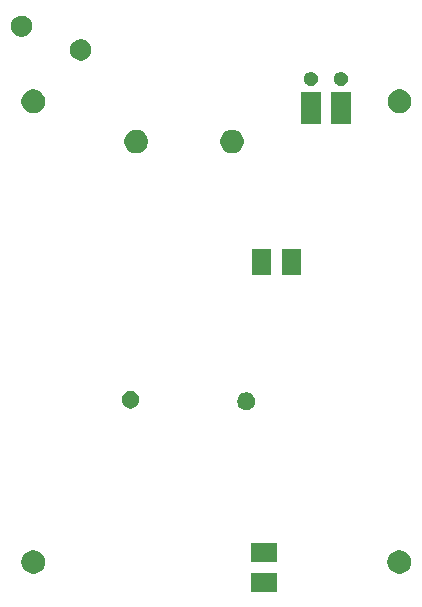
<source format=gts>
G04 #@! TF.GenerationSoftware,KiCad,Pcbnew,(5.0.2)-1*
G04 #@! TF.CreationDate,2019-05-03T15:30:51-04:00*
G04 #@! TF.ProjectId,TrafMasterV1,54726166-4d61-4737-9465-7256312e6b69,V1*
G04 #@! TF.SameCoordinates,Original*
G04 #@! TF.FileFunction,Soldermask,Top*
G04 #@! TF.FilePolarity,Negative*
%FSLAX46Y46*%
G04 Gerber Fmt 4.6, Leading zero omitted, Abs format (unit mm)*
G04 Created by KiCad (PCBNEW (5.0.2)-1) date 5/3/2019 3:30:51 PM*
%MOMM*%
%LPD*%
G01*
G04 APERTURE LIST*
%ADD10C,0.150000*%
G04 APERTURE END LIST*
D10*
G36*
X41435200Y-65961160D02*
X39235200Y-65961160D01*
X39235200Y-64361160D01*
X41435200Y-64361160D01*
X41435200Y-65961160D01*
X41435200Y-65961160D01*
G37*
G36*
X52056889Y-62487629D02*
X52238878Y-62563011D01*
X52402663Y-62672449D01*
X52541951Y-62811737D01*
X52651389Y-62975522D01*
X52726771Y-63157511D01*
X52765200Y-63350709D01*
X52765200Y-63547691D01*
X52726771Y-63740889D01*
X52651389Y-63922878D01*
X52541951Y-64086663D01*
X52402663Y-64225951D01*
X52238878Y-64335389D01*
X52056889Y-64410771D01*
X51863691Y-64449200D01*
X51666709Y-64449200D01*
X51473511Y-64410771D01*
X51291522Y-64335389D01*
X51127737Y-64225951D01*
X50988449Y-64086663D01*
X50879011Y-63922878D01*
X50803629Y-63740889D01*
X50765200Y-63547691D01*
X50765200Y-63350709D01*
X50803629Y-63157511D01*
X50879011Y-62975522D01*
X50988449Y-62811737D01*
X51127737Y-62672449D01*
X51291522Y-62563011D01*
X51473511Y-62487629D01*
X51666709Y-62449200D01*
X51863691Y-62449200D01*
X52056889Y-62487629D01*
X52056889Y-62487629D01*
G37*
G36*
X21068889Y-62487629D02*
X21250878Y-62563011D01*
X21414663Y-62672449D01*
X21553951Y-62811737D01*
X21663389Y-62975522D01*
X21738771Y-63157511D01*
X21777200Y-63350709D01*
X21777200Y-63547691D01*
X21738771Y-63740889D01*
X21663389Y-63922878D01*
X21553951Y-64086663D01*
X21414663Y-64225951D01*
X21250878Y-64335389D01*
X21068889Y-64410771D01*
X20875691Y-64449200D01*
X20678709Y-64449200D01*
X20485511Y-64410771D01*
X20303522Y-64335389D01*
X20139737Y-64225951D01*
X20000449Y-64086663D01*
X19891011Y-63922878D01*
X19815629Y-63740889D01*
X19777200Y-63547691D01*
X19777200Y-63350709D01*
X19815629Y-63157511D01*
X19891011Y-62975522D01*
X20000449Y-62811737D01*
X20139737Y-62672449D01*
X20303522Y-62563011D01*
X20485511Y-62487629D01*
X20678709Y-62449200D01*
X20875691Y-62449200D01*
X21068889Y-62487629D01*
X21068889Y-62487629D01*
G37*
G36*
X41435200Y-63421160D02*
X39235200Y-63421160D01*
X39235200Y-61821160D01*
X41435200Y-61821160D01*
X41435200Y-63421160D01*
X41435200Y-63421160D01*
G37*
G36*
X39017268Y-49126322D02*
X39153756Y-49182857D01*
X39276598Y-49264938D01*
X39381062Y-49369402D01*
X39463143Y-49492244D01*
X39519678Y-49628732D01*
X39548500Y-49773631D01*
X39548500Y-49921369D01*
X39519678Y-50066268D01*
X39463143Y-50202756D01*
X39381062Y-50325598D01*
X39276598Y-50430062D01*
X39153756Y-50512143D01*
X39017268Y-50568678D01*
X38872369Y-50597500D01*
X38724631Y-50597500D01*
X38579732Y-50568678D01*
X38443244Y-50512143D01*
X38320402Y-50430062D01*
X38215938Y-50325598D01*
X38133857Y-50202756D01*
X38077322Y-50066268D01*
X38048500Y-49921369D01*
X38048500Y-49773631D01*
X38077322Y-49628732D01*
X38133857Y-49492244D01*
X38215938Y-49369402D01*
X38320402Y-49264938D01*
X38443244Y-49182857D01*
X38579732Y-49126322D01*
X38724631Y-49097500D01*
X38872369Y-49097500D01*
X39017268Y-49126322D01*
X39017268Y-49126322D01*
G37*
G36*
X29233568Y-48982822D02*
X29370056Y-49039357D01*
X29492898Y-49121438D01*
X29597362Y-49225902D01*
X29679443Y-49348744D01*
X29735978Y-49485232D01*
X29764800Y-49630131D01*
X29764800Y-49777869D01*
X29735978Y-49922768D01*
X29679443Y-50059256D01*
X29597362Y-50182098D01*
X29492898Y-50286562D01*
X29370056Y-50368643D01*
X29233568Y-50425178D01*
X29088669Y-50454000D01*
X28940931Y-50454000D01*
X28796032Y-50425178D01*
X28659544Y-50368643D01*
X28536702Y-50286562D01*
X28432238Y-50182098D01*
X28350157Y-50059256D01*
X28293622Y-49922768D01*
X28264800Y-49777869D01*
X28264800Y-49630131D01*
X28293622Y-49485232D01*
X28350157Y-49348744D01*
X28432238Y-49225902D01*
X28536702Y-49121438D01*
X28659544Y-49039357D01*
X28796032Y-48982822D01*
X28940931Y-48954000D01*
X29088669Y-48954000D01*
X29233568Y-48982822D01*
X29233568Y-48982822D01*
G37*
G36*
X43408500Y-39136500D02*
X41808500Y-39136500D01*
X41808500Y-36936500D01*
X43408500Y-36936500D01*
X43408500Y-39136500D01*
X43408500Y-39136500D01*
G37*
G36*
X40868500Y-39136500D02*
X39268500Y-39136500D01*
X39268500Y-36936500D01*
X40868500Y-36936500D01*
X40868500Y-39136500D01*
X40868500Y-39136500D01*
G37*
G36*
X29772389Y-26880329D02*
X29954378Y-26955711D01*
X30118163Y-27065149D01*
X30257451Y-27204437D01*
X30366889Y-27368222D01*
X30442271Y-27550211D01*
X30480700Y-27743409D01*
X30480700Y-27940391D01*
X30442271Y-28133589D01*
X30366889Y-28315578D01*
X30257451Y-28479363D01*
X30118163Y-28618651D01*
X29954378Y-28728089D01*
X29772389Y-28803471D01*
X29579191Y-28841900D01*
X29382209Y-28841900D01*
X29189011Y-28803471D01*
X29007022Y-28728089D01*
X28843237Y-28618651D01*
X28703949Y-28479363D01*
X28594511Y-28315578D01*
X28519129Y-28133589D01*
X28480700Y-27940391D01*
X28480700Y-27743409D01*
X28519129Y-27550211D01*
X28594511Y-27368222D01*
X28703949Y-27204437D01*
X28843237Y-27065149D01*
X29007022Y-26955711D01*
X29189011Y-26880329D01*
X29382209Y-26841900D01*
X29579191Y-26841900D01*
X29772389Y-26880329D01*
X29772389Y-26880329D01*
G37*
G36*
X37892389Y-26880329D02*
X38074378Y-26955711D01*
X38238163Y-27065149D01*
X38377451Y-27204437D01*
X38486889Y-27368222D01*
X38562271Y-27550211D01*
X38600700Y-27743409D01*
X38600700Y-27940391D01*
X38562271Y-28133589D01*
X38486889Y-28315578D01*
X38377451Y-28479363D01*
X38238163Y-28618651D01*
X38074378Y-28728089D01*
X37892389Y-28803471D01*
X37699191Y-28841900D01*
X37502209Y-28841900D01*
X37309011Y-28803471D01*
X37127022Y-28728089D01*
X36963237Y-28618651D01*
X36823949Y-28479363D01*
X36714511Y-28315578D01*
X36639129Y-28133589D01*
X36600700Y-27940391D01*
X36600700Y-27743409D01*
X36639129Y-27550211D01*
X36714511Y-27368222D01*
X36823949Y-27204437D01*
X36963237Y-27065149D01*
X37127022Y-26955711D01*
X37309011Y-26880329D01*
X37502209Y-26841900D01*
X37699191Y-26841900D01*
X37892389Y-26880329D01*
X37892389Y-26880329D01*
G37*
G36*
X45134900Y-26343600D02*
X43434900Y-26343600D01*
X43434900Y-23643600D01*
X45134900Y-23643600D01*
X45134900Y-26343600D01*
X45134900Y-26343600D01*
G37*
G36*
X47674900Y-26343600D02*
X45974900Y-26343600D01*
X45974900Y-23643600D01*
X47674900Y-23643600D01*
X47674900Y-26343600D01*
X47674900Y-26343600D01*
G37*
G36*
X21068889Y-23473229D02*
X21250878Y-23548611D01*
X21414663Y-23658049D01*
X21553951Y-23797337D01*
X21663389Y-23961122D01*
X21738771Y-24143111D01*
X21777200Y-24336309D01*
X21777200Y-24533291D01*
X21738771Y-24726489D01*
X21663389Y-24908478D01*
X21553951Y-25072263D01*
X21414663Y-25211551D01*
X21250878Y-25320989D01*
X21068889Y-25396371D01*
X20875691Y-25434800D01*
X20678709Y-25434800D01*
X20485511Y-25396371D01*
X20303522Y-25320989D01*
X20139737Y-25211551D01*
X20000449Y-25072263D01*
X19891011Y-24908478D01*
X19815629Y-24726489D01*
X19777200Y-24533291D01*
X19777200Y-24336309D01*
X19815629Y-24143111D01*
X19891011Y-23961122D01*
X20000449Y-23797337D01*
X20139737Y-23658049D01*
X20303522Y-23548611D01*
X20485511Y-23473229D01*
X20678709Y-23434800D01*
X20875691Y-23434800D01*
X21068889Y-23473229D01*
X21068889Y-23473229D01*
G37*
G36*
X52082289Y-23473229D02*
X52264278Y-23548611D01*
X52428063Y-23658049D01*
X52567351Y-23797337D01*
X52676789Y-23961122D01*
X52752171Y-24143111D01*
X52790600Y-24336309D01*
X52790600Y-24533291D01*
X52752171Y-24726489D01*
X52676789Y-24908478D01*
X52567351Y-25072263D01*
X52428063Y-25211551D01*
X52264278Y-25320989D01*
X52082289Y-25396371D01*
X51889091Y-25434800D01*
X51692109Y-25434800D01*
X51498911Y-25396371D01*
X51316922Y-25320989D01*
X51153137Y-25211551D01*
X51013849Y-25072263D01*
X50904411Y-24908478D01*
X50829029Y-24726489D01*
X50790600Y-24533291D01*
X50790600Y-24336309D01*
X50829029Y-24143111D01*
X50904411Y-23961122D01*
X51013849Y-23797337D01*
X51153137Y-23658049D01*
X51316922Y-23548611D01*
X51498911Y-23473229D01*
X51692109Y-23434800D01*
X51889091Y-23434800D01*
X52082289Y-23473229D01*
X52082289Y-23473229D01*
G37*
G36*
X46941954Y-21955129D02*
X46999915Y-21966658D01*
X47109104Y-22011885D01*
X47207379Y-22077551D01*
X47290949Y-22161121D01*
X47356615Y-22259396D01*
X47401842Y-22368585D01*
X47424900Y-22484506D01*
X47424900Y-22602694D01*
X47401842Y-22718615D01*
X47356615Y-22827804D01*
X47290949Y-22926079D01*
X47207379Y-23009649D01*
X47109104Y-23075315D01*
X46999915Y-23120542D01*
X46941954Y-23132071D01*
X46883995Y-23143600D01*
X46765805Y-23143600D01*
X46649885Y-23120542D01*
X46540696Y-23075315D01*
X46442421Y-23009649D01*
X46358851Y-22926079D01*
X46293185Y-22827804D01*
X46247958Y-22718615D01*
X46224900Y-22602694D01*
X46224900Y-22484506D01*
X46247958Y-22368585D01*
X46293185Y-22259396D01*
X46358851Y-22161121D01*
X46442421Y-22077551D01*
X46540696Y-22011885D01*
X46649885Y-21966658D01*
X46765805Y-21943600D01*
X46883995Y-21943600D01*
X46941954Y-21955129D01*
X46941954Y-21955129D01*
G37*
G36*
X44401954Y-21955129D02*
X44459915Y-21966658D01*
X44569104Y-22011885D01*
X44667379Y-22077551D01*
X44750949Y-22161121D01*
X44816615Y-22259396D01*
X44861842Y-22368585D01*
X44884900Y-22484506D01*
X44884900Y-22602694D01*
X44861842Y-22718615D01*
X44816615Y-22827804D01*
X44750949Y-22926079D01*
X44667379Y-23009649D01*
X44569104Y-23075315D01*
X44459915Y-23120542D01*
X44401954Y-23132071D01*
X44343995Y-23143600D01*
X44225805Y-23143600D01*
X44109885Y-23120542D01*
X44000696Y-23075315D01*
X43902421Y-23009649D01*
X43818851Y-22926079D01*
X43753185Y-22827804D01*
X43707958Y-22718615D01*
X43684900Y-22602694D01*
X43684900Y-22484506D01*
X43707958Y-22368585D01*
X43753185Y-22259396D01*
X43818851Y-22161121D01*
X43902421Y-22077551D01*
X44000696Y-22011885D01*
X44109885Y-21966658D01*
X44225805Y-21943600D01*
X44343995Y-21943600D01*
X44401954Y-21955129D01*
X44401954Y-21955129D01*
G37*
G36*
X25052921Y-19225986D02*
X25216708Y-19293829D01*
X25216710Y-19293830D01*
X25364117Y-19392324D01*
X25489476Y-19517683D01*
X25587970Y-19665090D01*
X25655814Y-19828880D01*
X25690400Y-20002758D01*
X25690400Y-20180042D01*
X25655814Y-20353920D01*
X25587970Y-20517710D01*
X25489476Y-20665117D01*
X25364117Y-20790476D01*
X25216710Y-20888970D01*
X25216709Y-20888971D01*
X25216708Y-20888971D01*
X25052921Y-20956814D01*
X24879043Y-20991400D01*
X24701757Y-20991400D01*
X24527879Y-20956814D01*
X24364092Y-20888971D01*
X24364091Y-20888971D01*
X24364090Y-20888970D01*
X24216683Y-20790476D01*
X24091324Y-20665117D01*
X23992830Y-20517710D01*
X23924986Y-20353920D01*
X23890400Y-20180042D01*
X23890400Y-20002758D01*
X23924986Y-19828880D01*
X23992830Y-19665090D01*
X24091324Y-19517683D01*
X24216683Y-19392324D01*
X24364090Y-19293830D01*
X24364092Y-19293829D01*
X24527879Y-19225986D01*
X24701757Y-19191400D01*
X24879043Y-19191400D01*
X25052921Y-19225986D01*
X25052921Y-19225986D01*
G37*
G36*
X20049121Y-17219386D02*
X20212908Y-17287229D01*
X20212910Y-17287230D01*
X20360317Y-17385724D01*
X20485676Y-17511083D01*
X20584170Y-17658490D01*
X20652014Y-17822280D01*
X20686600Y-17996158D01*
X20686600Y-18173442D01*
X20652014Y-18347320D01*
X20584170Y-18511110D01*
X20485676Y-18658517D01*
X20360317Y-18783876D01*
X20212910Y-18882370D01*
X20212909Y-18882371D01*
X20212908Y-18882371D01*
X20049121Y-18950214D01*
X19875243Y-18984800D01*
X19697957Y-18984800D01*
X19524079Y-18950214D01*
X19360292Y-18882371D01*
X19360291Y-18882371D01*
X19360290Y-18882370D01*
X19212883Y-18783876D01*
X19087524Y-18658517D01*
X18989030Y-18511110D01*
X18921186Y-18347320D01*
X18886600Y-18173442D01*
X18886600Y-17996158D01*
X18921186Y-17822280D01*
X18989030Y-17658490D01*
X19087524Y-17511083D01*
X19212883Y-17385724D01*
X19360290Y-17287230D01*
X19360292Y-17287229D01*
X19524079Y-17219386D01*
X19697957Y-17184800D01*
X19875243Y-17184800D01*
X20049121Y-17219386D01*
X20049121Y-17219386D01*
G37*
M02*

</source>
